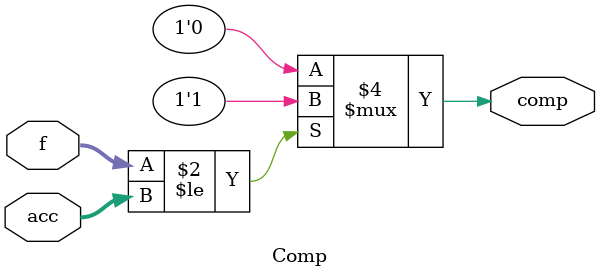
<source format=v>
module Comp(
  input [32:0] acc,
  input [32:0] f,
  output reg comp
);

always @ (f or acc) 
begin
  if(f <= acc)
    comp = 1'b1;
  else
    comp = 1'b0;
end
endmodule  
</source>
